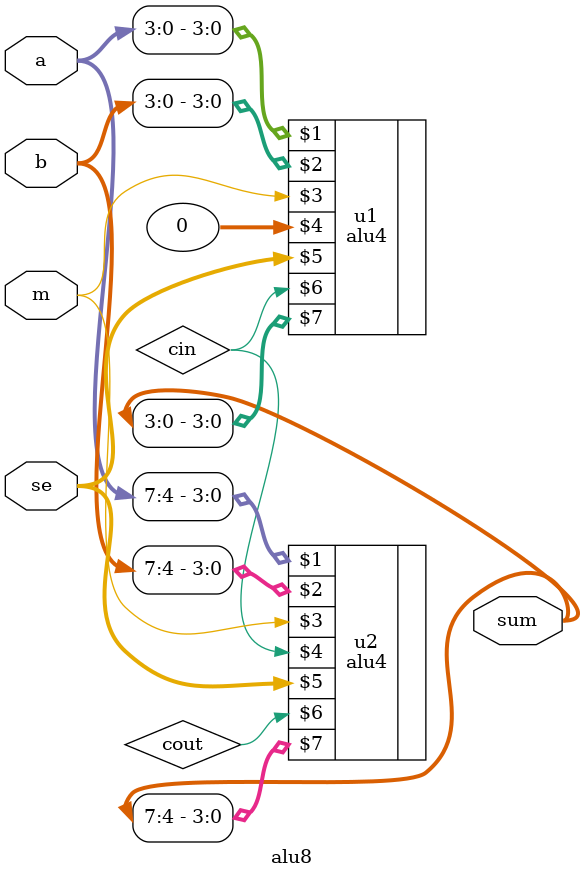
<source format=v>
module alu8( a,b,m,se,sum
);

input[7:0] a;
input[7:0] b; 
input m; 
input[1:0] se;
output[7:0] sum; 
wire cin,cout;

alu4 u1(a[3:0],b[3:0],m,0,se[1:0],cin,sum[3:0]); //根据 ALU8 设计原理框架图可得
alu4 u2(a[7:4],b[7:4],m,cin,se[1:0],cout,sum[7:4]); 

endmodule

</source>
